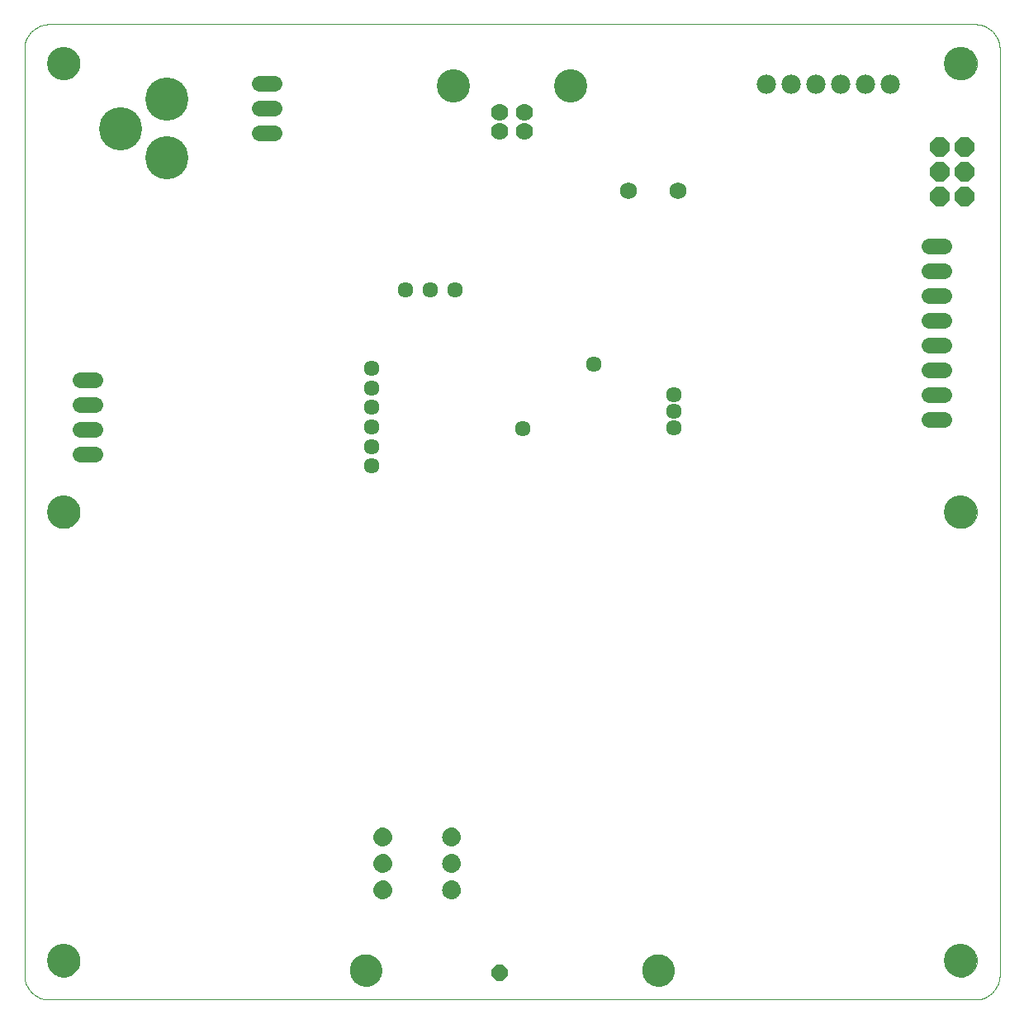
<source format=gbs>
G75*
%MOIN*%
%OFA0B0*%
%FSLAX24Y24*%
%IPPOS*%
%LPD*%
%AMOC8*
5,1,8,0,0,1.08239X$1,22.5*
%
%ADD10C,0.0000*%
%ADD11C,0.1300*%
%ADD12C,0.1740*%
%ADD13OC8,0.0640*%
%ADD14C,0.0050*%
%ADD15C,0.0690*%
%ADD16C,0.0780*%
%ADD17C,0.0640*%
%ADD18OC8,0.0780*%
%ADD19C,0.0700*%
%ADD20C,0.1340*%
%ADD21C,0.0634*%
D10*
X002361Y005618D02*
X039731Y005618D01*
X039791Y005620D01*
X039852Y005625D01*
X039911Y005634D01*
X039970Y005647D01*
X040029Y005663D01*
X040086Y005683D01*
X040141Y005706D01*
X040196Y005733D01*
X040248Y005762D01*
X040299Y005795D01*
X040348Y005831D01*
X040394Y005869D01*
X040438Y005911D01*
X040480Y005955D01*
X040518Y006001D01*
X040554Y006050D01*
X040587Y006101D01*
X040616Y006153D01*
X040643Y006208D01*
X040666Y006263D01*
X040686Y006320D01*
X040702Y006379D01*
X040715Y006438D01*
X040724Y006497D01*
X040729Y006558D01*
X040731Y006618D01*
X040731Y043988D01*
X040729Y044048D01*
X040724Y044109D01*
X040715Y044168D01*
X040702Y044227D01*
X040686Y044286D01*
X040666Y044343D01*
X040643Y044398D01*
X040616Y044453D01*
X040587Y044505D01*
X040554Y044556D01*
X040518Y044605D01*
X040480Y044651D01*
X040438Y044695D01*
X040394Y044737D01*
X040348Y044775D01*
X040299Y044811D01*
X040248Y044844D01*
X040196Y044873D01*
X040141Y044900D01*
X040086Y044923D01*
X040029Y044943D01*
X039970Y044959D01*
X039911Y044972D01*
X039852Y044981D01*
X039791Y044986D01*
X039731Y044988D01*
X002361Y044988D01*
X002301Y044986D01*
X002240Y044981D01*
X002181Y044972D01*
X002122Y044959D01*
X002063Y044943D01*
X002006Y044923D01*
X001951Y044900D01*
X001896Y044873D01*
X001844Y044844D01*
X001793Y044811D01*
X001744Y044775D01*
X001698Y044737D01*
X001654Y044695D01*
X001612Y044651D01*
X001574Y044605D01*
X001538Y044556D01*
X001505Y044505D01*
X001476Y044453D01*
X001449Y044398D01*
X001426Y044343D01*
X001406Y044286D01*
X001390Y044227D01*
X001377Y044168D01*
X001368Y044109D01*
X001363Y044048D01*
X001361Y043988D01*
X001361Y006618D01*
X001363Y006558D01*
X001368Y006497D01*
X001377Y006438D01*
X001390Y006379D01*
X001406Y006320D01*
X001426Y006263D01*
X001449Y006208D01*
X001476Y006153D01*
X001505Y006101D01*
X001538Y006050D01*
X001574Y006001D01*
X001612Y005955D01*
X001654Y005911D01*
X001698Y005869D01*
X001744Y005831D01*
X001793Y005795D01*
X001844Y005762D01*
X001896Y005733D01*
X001951Y005706D01*
X002006Y005683D01*
X002063Y005663D01*
X002122Y005647D01*
X002181Y005634D01*
X002240Y005625D01*
X002301Y005620D01*
X002361Y005618D01*
X002286Y007193D02*
X002288Y007243D01*
X002294Y007293D01*
X002304Y007343D01*
X002317Y007391D01*
X002334Y007439D01*
X002355Y007485D01*
X002379Y007529D01*
X002407Y007571D01*
X002438Y007611D01*
X002472Y007648D01*
X002509Y007683D01*
X002548Y007714D01*
X002589Y007743D01*
X002633Y007768D01*
X002679Y007790D01*
X002726Y007808D01*
X002774Y007822D01*
X002823Y007833D01*
X002873Y007840D01*
X002923Y007843D01*
X002974Y007842D01*
X003024Y007837D01*
X003074Y007828D01*
X003122Y007816D01*
X003170Y007799D01*
X003216Y007779D01*
X003261Y007756D01*
X003304Y007729D01*
X003344Y007699D01*
X003382Y007666D01*
X003417Y007630D01*
X003450Y007591D01*
X003479Y007550D01*
X003505Y007507D01*
X003528Y007462D01*
X003547Y007415D01*
X003562Y007367D01*
X003574Y007318D01*
X003582Y007268D01*
X003586Y007218D01*
X003586Y007168D01*
X003582Y007118D01*
X003574Y007068D01*
X003562Y007019D01*
X003547Y006971D01*
X003528Y006924D01*
X003505Y006879D01*
X003479Y006836D01*
X003450Y006795D01*
X003417Y006756D01*
X003382Y006720D01*
X003344Y006687D01*
X003304Y006657D01*
X003261Y006630D01*
X003216Y006607D01*
X003170Y006587D01*
X003122Y006570D01*
X003074Y006558D01*
X003024Y006549D01*
X002974Y006544D01*
X002923Y006543D01*
X002873Y006546D01*
X002823Y006553D01*
X002774Y006564D01*
X002726Y006578D01*
X002679Y006596D01*
X002633Y006618D01*
X002589Y006643D01*
X002548Y006672D01*
X002509Y006703D01*
X002472Y006738D01*
X002438Y006775D01*
X002407Y006815D01*
X002379Y006857D01*
X002355Y006901D01*
X002334Y006947D01*
X002317Y006995D01*
X002304Y007043D01*
X002294Y007093D01*
X002288Y007143D01*
X002286Y007193D01*
X014511Y006799D02*
X014513Y006849D01*
X014519Y006899D01*
X014529Y006948D01*
X014543Y006996D01*
X014560Y007043D01*
X014581Y007088D01*
X014606Y007132D01*
X014634Y007173D01*
X014666Y007212D01*
X014700Y007249D01*
X014737Y007283D01*
X014777Y007313D01*
X014819Y007340D01*
X014863Y007364D01*
X014909Y007385D01*
X014956Y007401D01*
X015004Y007414D01*
X015054Y007423D01*
X015103Y007428D01*
X015154Y007429D01*
X015204Y007426D01*
X015253Y007419D01*
X015302Y007408D01*
X015350Y007393D01*
X015396Y007375D01*
X015441Y007353D01*
X015484Y007327D01*
X015525Y007298D01*
X015564Y007266D01*
X015600Y007231D01*
X015632Y007193D01*
X015662Y007153D01*
X015689Y007110D01*
X015712Y007066D01*
X015731Y007020D01*
X015747Y006972D01*
X015759Y006923D01*
X015767Y006874D01*
X015771Y006824D01*
X015771Y006774D01*
X015767Y006724D01*
X015759Y006675D01*
X015747Y006626D01*
X015731Y006578D01*
X015712Y006532D01*
X015689Y006488D01*
X015662Y006445D01*
X015632Y006405D01*
X015600Y006367D01*
X015564Y006332D01*
X015525Y006300D01*
X015484Y006271D01*
X015441Y006245D01*
X015396Y006223D01*
X015350Y006205D01*
X015302Y006190D01*
X015253Y006179D01*
X015204Y006172D01*
X015154Y006169D01*
X015103Y006170D01*
X015054Y006175D01*
X015004Y006184D01*
X014956Y006197D01*
X014909Y006213D01*
X014863Y006234D01*
X014819Y006258D01*
X014777Y006285D01*
X014737Y006315D01*
X014700Y006349D01*
X014666Y006386D01*
X014634Y006425D01*
X014606Y006466D01*
X014581Y006510D01*
X014560Y006555D01*
X014543Y006602D01*
X014529Y006650D01*
X014519Y006699D01*
X014513Y006749D01*
X014511Y006799D01*
X026322Y006799D02*
X026324Y006849D01*
X026330Y006899D01*
X026340Y006948D01*
X026354Y006996D01*
X026371Y007043D01*
X026392Y007088D01*
X026417Y007132D01*
X026445Y007173D01*
X026477Y007212D01*
X026511Y007249D01*
X026548Y007283D01*
X026588Y007313D01*
X026630Y007340D01*
X026674Y007364D01*
X026720Y007385D01*
X026767Y007401D01*
X026815Y007414D01*
X026865Y007423D01*
X026914Y007428D01*
X026965Y007429D01*
X027015Y007426D01*
X027064Y007419D01*
X027113Y007408D01*
X027161Y007393D01*
X027207Y007375D01*
X027252Y007353D01*
X027295Y007327D01*
X027336Y007298D01*
X027375Y007266D01*
X027411Y007231D01*
X027443Y007193D01*
X027473Y007153D01*
X027500Y007110D01*
X027523Y007066D01*
X027542Y007020D01*
X027558Y006972D01*
X027570Y006923D01*
X027578Y006874D01*
X027582Y006824D01*
X027582Y006774D01*
X027578Y006724D01*
X027570Y006675D01*
X027558Y006626D01*
X027542Y006578D01*
X027523Y006532D01*
X027500Y006488D01*
X027473Y006445D01*
X027443Y006405D01*
X027411Y006367D01*
X027375Y006332D01*
X027336Y006300D01*
X027295Y006271D01*
X027252Y006245D01*
X027207Y006223D01*
X027161Y006205D01*
X027113Y006190D01*
X027064Y006179D01*
X027015Y006172D01*
X026965Y006169D01*
X026914Y006170D01*
X026865Y006175D01*
X026815Y006184D01*
X026767Y006197D01*
X026720Y006213D01*
X026674Y006234D01*
X026630Y006258D01*
X026588Y006285D01*
X026548Y006315D01*
X026511Y006349D01*
X026477Y006386D01*
X026445Y006425D01*
X026417Y006466D01*
X026392Y006510D01*
X026371Y006555D01*
X026354Y006602D01*
X026340Y006650D01*
X026330Y006699D01*
X026324Y006749D01*
X026322Y006799D01*
X038506Y007193D02*
X038508Y007243D01*
X038514Y007293D01*
X038524Y007343D01*
X038537Y007391D01*
X038554Y007439D01*
X038575Y007485D01*
X038599Y007529D01*
X038627Y007571D01*
X038658Y007611D01*
X038692Y007648D01*
X038729Y007683D01*
X038768Y007714D01*
X038809Y007743D01*
X038853Y007768D01*
X038899Y007790D01*
X038946Y007808D01*
X038994Y007822D01*
X039043Y007833D01*
X039093Y007840D01*
X039143Y007843D01*
X039194Y007842D01*
X039244Y007837D01*
X039294Y007828D01*
X039342Y007816D01*
X039390Y007799D01*
X039436Y007779D01*
X039481Y007756D01*
X039524Y007729D01*
X039564Y007699D01*
X039602Y007666D01*
X039637Y007630D01*
X039670Y007591D01*
X039699Y007550D01*
X039725Y007507D01*
X039748Y007462D01*
X039767Y007415D01*
X039782Y007367D01*
X039794Y007318D01*
X039802Y007268D01*
X039806Y007218D01*
X039806Y007168D01*
X039802Y007118D01*
X039794Y007068D01*
X039782Y007019D01*
X039767Y006971D01*
X039748Y006924D01*
X039725Y006879D01*
X039699Y006836D01*
X039670Y006795D01*
X039637Y006756D01*
X039602Y006720D01*
X039564Y006687D01*
X039524Y006657D01*
X039481Y006630D01*
X039436Y006607D01*
X039390Y006587D01*
X039342Y006570D01*
X039294Y006558D01*
X039244Y006549D01*
X039194Y006544D01*
X039143Y006543D01*
X039093Y006546D01*
X039043Y006553D01*
X038994Y006564D01*
X038946Y006578D01*
X038899Y006596D01*
X038853Y006618D01*
X038809Y006643D01*
X038768Y006672D01*
X038729Y006703D01*
X038692Y006738D01*
X038658Y006775D01*
X038627Y006815D01*
X038599Y006857D01*
X038575Y006901D01*
X038554Y006947D01*
X038537Y006995D01*
X038524Y007043D01*
X038514Y007093D01*
X038508Y007143D01*
X038506Y007193D01*
X038506Y025303D02*
X038508Y025353D01*
X038514Y025403D01*
X038524Y025453D01*
X038537Y025501D01*
X038554Y025549D01*
X038575Y025595D01*
X038599Y025639D01*
X038627Y025681D01*
X038658Y025721D01*
X038692Y025758D01*
X038729Y025793D01*
X038768Y025824D01*
X038809Y025853D01*
X038853Y025878D01*
X038899Y025900D01*
X038946Y025918D01*
X038994Y025932D01*
X039043Y025943D01*
X039093Y025950D01*
X039143Y025953D01*
X039194Y025952D01*
X039244Y025947D01*
X039294Y025938D01*
X039342Y025926D01*
X039390Y025909D01*
X039436Y025889D01*
X039481Y025866D01*
X039524Y025839D01*
X039564Y025809D01*
X039602Y025776D01*
X039637Y025740D01*
X039670Y025701D01*
X039699Y025660D01*
X039725Y025617D01*
X039748Y025572D01*
X039767Y025525D01*
X039782Y025477D01*
X039794Y025428D01*
X039802Y025378D01*
X039806Y025328D01*
X039806Y025278D01*
X039802Y025228D01*
X039794Y025178D01*
X039782Y025129D01*
X039767Y025081D01*
X039748Y025034D01*
X039725Y024989D01*
X039699Y024946D01*
X039670Y024905D01*
X039637Y024866D01*
X039602Y024830D01*
X039564Y024797D01*
X039524Y024767D01*
X039481Y024740D01*
X039436Y024717D01*
X039390Y024697D01*
X039342Y024680D01*
X039294Y024668D01*
X039244Y024659D01*
X039194Y024654D01*
X039143Y024653D01*
X039093Y024656D01*
X039043Y024663D01*
X038994Y024674D01*
X038946Y024688D01*
X038899Y024706D01*
X038853Y024728D01*
X038809Y024753D01*
X038768Y024782D01*
X038729Y024813D01*
X038692Y024848D01*
X038658Y024885D01*
X038627Y024925D01*
X038599Y024967D01*
X038575Y025011D01*
X038554Y025057D01*
X038537Y025105D01*
X038524Y025153D01*
X038514Y025203D01*
X038508Y025253D01*
X038506Y025303D01*
X038506Y043413D02*
X038508Y043463D01*
X038514Y043513D01*
X038524Y043563D01*
X038537Y043611D01*
X038554Y043659D01*
X038575Y043705D01*
X038599Y043749D01*
X038627Y043791D01*
X038658Y043831D01*
X038692Y043868D01*
X038729Y043903D01*
X038768Y043934D01*
X038809Y043963D01*
X038853Y043988D01*
X038899Y044010D01*
X038946Y044028D01*
X038994Y044042D01*
X039043Y044053D01*
X039093Y044060D01*
X039143Y044063D01*
X039194Y044062D01*
X039244Y044057D01*
X039294Y044048D01*
X039342Y044036D01*
X039390Y044019D01*
X039436Y043999D01*
X039481Y043976D01*
X039524Y043949D01*
X039564Y043919D01*
X039602Y043886D01*
X039637Y043850D01*
X039670Y043811D01*
X039699Y043770D01*
X039725Y043727D01*
X039748Y043682D01*
X039767Y043635D01*
X039782Y043587D01*
X039794Y043538D01*
X039802Y043488D01*
X039806Y043438D01*
X039806Y043388D01*
X039802Y043338D01*
X039794Y043288D01*
X039782Y043239D01*
X039767Y043191D01*
X039748Y043144D01*
X039725Y043099D01*
X039699Y043056D01*
X039670Y043015D01*
X039637Y042976D01*
X039602Y042940D01*
X039564Y042907D01*
X039524Y042877D01*
X039481Y042850D01*
X039436Y042827D01*
X039390Y042807D01*
X039342Y042790D01*
X039294Y042778D01*
X039244Y042769D01*
X039194Y042764D01*
X039143Y042763D01*
X039093Y042766D01*
X039043Y042773D01*
X038994Y042784D01*
X038946Y042798D01*
X038899Y042816D01*
X038853Y042838D01*
X038809Y042863D01*
X038768Y042892D01*
X038729Y042923D01*
X038692Y042958D01*
X038658Y042995D01*
X038627Y043035D01*
X038599Y043077D01*
X038575Y043121D01*
X038554Y043167D01*
X038537Y043215D01*
X038524Y043263D01*
X038514Y043313D01*
X038508Y043363D01*
X038506Y043413D01*
X002286Y043413D02*
X002288Y043463D01*
X002294Y043513D01*
X002304Y043563D01*
X002317Y043611D01*
X002334Y043659D01*
X002355Y043705D01*
X002379Y043749D01*
X002407Y043791D01*
X002438Y043831D01*
X002472Y043868D01*
X002509Y043903D01*
X002548Y043934D01*
X002589Y043963D01*
X002633Y043988D01*
X002679Y044010D01*
X002726Y044028D01*
X002774Y044042D01*
X002823Y044053D01*
X002873Y044060D01*
X002923Y044063D01*
X002974Y044062D01*
X003024Y044057D01*
X003074Y044048D01*
X003122Y044036D01*
X003170Y044019D01*
X003216Y043999D01*
X003261Y043976D01*
X003304Y043949D01*
X003344Y043919D01*
X003382Y043886D01*
X003417Y043850D01*
X003450Y043811D01*
X003479Y043770D01*
X003505Y043727D01*
X003528Y043682D01*
X003547Y043635D01*
X003562Y043587D01*
X003574Y043538D01*
X003582Y043488D01*
X003586Y043438D01*
X003586Y043388D01*
X003582Y043338D01*
X003574Y043288D01*
X003562Y043239D01*
X003547Y043191D01*
X003528Y043144D01*
X003505Y043099D01*
X003479Y043056D01*
X003450Y043015D01*
X003417Y042976D01*
X003382Y042940D01*
X003344Y042907D01*
X003304Y042877D01*
X003261Y042850D01*
X003216Y042827D01*
X003170Y042807D01*
X003122Y042790D01*
X003074Y042778D01*
X003024Y042769D01*
X002974Y042764D01*
X002923Y042763D01*
X002873Y042766D01*
X002823Y042773D01*
X002774Y042784D01*
X002726Y042798D01*
X002679Y042816D01*
X002633Y042838D01*
X002589Y042863D01*
X002548Y042892D01*
X002509Y042923D01*
X002472Y042958D01*
X002438Y042995D01*
X002407Y043035D01*
X002379Y043077D01*
X002355Y043121D01*
X002334Y043167D01*
X002317Y043215D01*
X002304Y043263D01*
X002294Y043313D01*
X002288Y043363D01*
X002286Y043413D01*
X002286Y025303D02*
X002288Y025353D01*
X002294Y025403D01*
X002304Y025453D01*
X002317Y025501D01*
X002334Y025549D01*
X002355Y025595D01*
X002379Y025639D01*
X002407Y025681D01*
X002438Y025721D01*
X002472Y025758D01*
X002509Y025793D01*
X002548Y025824D01*
X002589Y025853D01*
X002633Y025878D01*
X002679Y025900D01*
X002726Y025918D01*
X002774Y025932D01*
X002823Y025943D01*
X002873Y025950D01*
X002923Y025953D01*
X002974Y025952D01*
X003024Y025947D01*
X003074Y025938D01*
X003122Y025926D01*
X003170Y025909D01*
X003216Y025889D01*
X003261Y025866D01*
X003304Y025839D01*
X003344Y025809D01*
X003382Y025776D01*
X003417Y025740D01*
X003450Y025701D01*
X003479Y025660D01*
X003505Y025617D01*
X003528Y025572D01*
X003547Y025525D01*
X003562Y025477D01*
X003574Y025428D01*
X003582Y025378D01*
X003586Y025328D01*
X003586Y025278D01*
X003582Y025228D01*
X003574Y025178D01*
X003562Y025129D01*
X003547Y025081D01*
X003528Y025034D01*
X003505Y024989D01*
X003479Y024946D01*
X003450Y024905D01*
X003417Y024866D01*
X003382Y024830D01*
X003344Y024797D01*
X003304Y024767D01*
X003261Y024740D01*
X003216Y024717D01*
X003170Y024697D01*
X003122Y024680D01*
X003074Y024668D01*
X003024Y024659D01*
X002974Y024654D01*
X002923Y024653D01*
X002873Y024656D01*
X002823Y024663D01*
X002774Y024674D01*
X002726Y024688D01*
X002679Y024706D01*
X002633Y024728D01*
X002589Y024753D01*
X002548Y024782D01*
X002509Y024813D01*
X002472Y024848D01*
X002438Y024885D01*
X002407Y024925D01*
X002379Y024967D01*
X002355Y025011D01*
X002334Y025057D01*
X002317Y025105D01*
X002304Y025153D01*
X002294Y025203D01*
X002288Y025253D01*
X002286Y025303D01*
D11*
X015141Y006799D03*
X026952Y006799D03*
D12*
X007110Y039597D03*
X005259Y040778D03*
X007110Y041959D03*
D13*
X020535Y006697D03*
D14*
X018789Y009754D02*
X018729Y009724D01*
X018665Y009705D01*
X018598Y009700D01*
X018531Y009706D01*
X018467Y009724D01*
X018408Y009755D01*
X018356Y009797D01*
X018313Y009848D01*
X018281Y009906D01*
X018261Y009970D01*
X018254Y010036D01*
X018260Y010105D01*
X018279Y010172D01*
X018312Y010233D01*
X018355Y010287D01*
X018409Y010332D01*
X018469Y010365D01*
X018536Y010386D01*
X018605Y010393D01*
X018673Y010385D01*
X018738Y010364D01*
X018798Y010330D01*
X018850Y010285D01*
X018892Y010232D01*
X018923Y010170D01*
X018941Y010104D01*
X018947Y010036D01*
X018939Y009969D01*
X018918Y009906D01*
X018885Y009847D01*
X018842Y009796D01*
X018789Y009754D01*
X018762Y009740D02*
X018437Y009740D01*
X018366Y009789D02*
X018833Y009789D01*
X018877Y009837D02*
X018322Y009837D01*
X018292Y009886D02*
X018907Y009886D01*
X018927Y009934D02*
X018272Y009934D01*
X018260Y009983D02*
X018940Y009983D01*
X018946Y010031D02*
X018254Y010031D01*
X018258Y010080D02*
X018943Y010080D01*
X018935Y010128D02*
X018267Y010128D01*
X018282Y010177D02*
X018920Y010177D01*
X018895Y010225D02*
X018307Y010225D01*
X018344Y010274D02*
X018859Y010274D01*
X018807Y010322D02*
X018397Y010322D01*
X018487Y010371D02*
X018716Y010371D01*
X018663Y010778D02*
X018596Y010772D01*
X018530Y010778D01*
X018466Y010797D01*
X018407Y010828D01*
X018356Y010870D01*
X018313Y010920D01*
X018281Y010979D01*
X018262Y011042D01*
X018255Y011108D01*
X018261Y011177D01*
X018281Y011243D01*
X018313Y011304D01*
X018357Y011358D01*
X018410Y011402D01*
X018471Y011435D01*
X018537Y011455D01*
X018606Y011462D01*
X018673Y011454D01*
X018737Y011434D01*
X018796Y011401D01*
X018847Y011358D01*
X018889Y011305D01*
X018920Y011245D01*
X018938Y011180D01*
X018944Y011113D01*
X018936Y011046D01*
X018916Y010982D01*
X018884Y010922D01*
X018840Y010870D01*
X018788Y010828D01*
X018728Y010797D01*
X018663Y010778D01*
X018748Y010807D02*
X018446Y010807D01*
X018373Y010856D02*
X018822Y010856D01*
X018869Y010904D02*
X018327Y010904D01*
X018296Y010953D02*
X018900Y010953D01*
X018922Y011001D02*
X018274Y011001D01*
X018261Y011050D02*
X018937Y011050D01*
X018942Y011098D02*
X018256Y011098D01*
X018258Y011147D02*
X018941Y011147D01*
X018934Y011195D02*
X018267Y011195D01*
X018281Y011244D02*
X018920Y011244D01*
X018895Y011292D02*
X018307Y011292D01*
X018343Y011341D02*
X018860Y011341D01*
X018810Y011389D02*
X018395Y011389D01*
X018481Y011438D02*
X018725Y011438D01*
X018660Y011846D02*
X018593Y011841D01*
X018527Y011847D01*
X018463Y011866D01*
X018405Y011898D01*
X018353Y011939D01*
X018311Y011991D01*
X018280Y012049D01*
X018260Y012112D01*
X018254Y012178D01*
X018260Y012246D01*
X018279Y012312D01*
X018310Y012372D01*
X018353Y012426D01*
X018406Y012469D01*
X018466Y012502D01*
X018531Y012523D01*
X018599Y012530D01*
X018667Y012523D01*
X018732Y012502D01*
X018792Y012469D01*
X018844Y012426D01*
X018887Y012372D01*
X018919Y012312D01*
X018938Y012246D01*
X018944Y012178D01*
X018936Y012111D01*
X018915Y012047D01*
X018882Y011988D01*
X018838Y011937D01*
X018785Y011895D01*
X018725Y011865D01*
X018660Y011846D01*
X018744Y011874D02*
X018449Y011874D01*
X018374Y011923D02*
X018820Y011923D01*
X018867Y011971D02*
X018327Y011971D01*
X018295Y012020D02*
X018900Y012020D01*
X018922Y012068D02*
X018274Y012068D01*
X018260Y012117D02*
X018936Y012117D01*
X018942Y012165D02*
X018255Y012165D01*
X018257Y012214D02*
X018941Y012214D01*
X018933Y012262D02*
X018264Y012262D01*
X018279Y012311D02*
X018919Y012311D01*
X018894Y012359D02*
X018304Y012359D01*
X018339Y012408D02*
X018858Y012408D01*
X018808Y012456D02*
X018390Y012456D01*
X018473Y012505D02*
X018724Y012505D01*
X016163Y012246D02*
X016169Y012178D01*
X016161Y012111D01*
X016140Y012047D01*
X016107Y011988D01*
X016063Y011937D01*
X016010Y011895D01*
X015950Y011865D01*
X015885Y011846D01*
X015818Y011841D01*
X015752Y011847D01*
X015688Y011866D01*
X015630Y011898D01*
X015579Y011939D01*
X015536Y011991D01*
X015505Y012049D01*
X015486Y012112D01*
X015479Y012178D01*
X015485Y012246D01*
X015504Y012312D01*
X015536Y012372D01*
X015578Y012426D01*
X015631Y012469D01*
X015691Y012502D01*
X015756Y012523D01*
X015824Y012530D01*
X015892Y012523D01*
X015957Y012502D01*
X016017Y012469D01*
X016069Y012426D01*
X016112Y012372D01*
X016144Y012312D01*
X016163Y012246D01*
X016158Y012262D02*
X015490Y012262D01*
X015482Y012214D02*
X016166Y012214D01*
X016167Y012165D02*
X015480Y012165D01*
X015485Y012117D02*
X016162Y012117D01*
X016147Y012068D02*
X015499Y012068D01*
X015521Y012020D02*
X016125Y012020D01*
X016093Y011971D02*
X015552Y011971D01*
X015599Y011923D02*
X016045Y011923D01*
X015969Y011874D02*
X015674Y011874D01*
X015762Y011455D02*
X015831Y011462D01*
X015898Y011454D01*
X015962Y011434D01*
X016021Y011401D01*
X016072Y011358D01*
X016114Y011305D01*
X016145Y011245D01*
X016163Y011180D01*
X016169Y011113D01*
X016162Y011046D01*
X016141Y010982D01*
X016109Y010922D01*
X016066Y010870D01*
X016013Y010828D01*
X015953Y010797D01*
X015888Y010778D01*
X015821Y010772D01*
X015755Y010778D01*
X015691Y010797D01*
X015632Y010828D01*
X015581Y010870D01*
X015538Y010920D01*
X015507Y010979D01*
X015487Y011042D01*
X015480Y011108D01*
X015486Y011177D01*
X015506Y011243D01*
X015538Y011304D01*
X015582Y011358D01*
X015635Y011402D01*
X015696Y011435D01*
X015762Y011455D01*
X015706Y011438D02*
X015950Y011438D01*
X016035Y011389D02*
X015620Y011389D01*
X015568Y011341D02*
X016086Y011341D01*
X016121Y011292D02*
X015532Y011292D01*
X015506Y011244D02*
X016145Y011244D01*
X016159Y011195D02*
X015492Y011195D01*
X015484Y011147D02*
X016166Y011147D01*
X016167Y011098D02*
X015481Y011098D01*
X015486Y011050D02*
X016162Y011050D01*
X016148Y011001D02*
X015500Y011001D01*
X015521Y010953D02*
X016126Y010953D01*
X016094Y010904D02*
X015552Y010904D01*
X015598Y010856D02*
X016047Y010856D01*
X015973Y010807D02*
X015672Y010807D01*
X015761Y010386D02*
X015830Y010393D01*
X015898Y010385D01*
X015963Y010364D01*
X016023Y010330D01*
X016075Y010285D01*
X016117Y010232D01*
X016148Y010170D01*
X016167Y010104D01*
X016172Y010036D01*
X016164Y009969D01*
X016143Y009906D01*
X016111Y009847D01*
X016067Y009796D01*
X016014Y009754D01*
X015954Y009724D01*
X015890Y009705D01*
X015823Y009700D01*
X015756Y009706D01*
X015692Y009724D01*
X015633Y009755D01*
X015581Y009797D01*
X015538Y009848D01*
X015506Y009906D01*
X015486Y009970D01*
X015479Y010036D01*
X015485Y010105D01*
X015505Y010172D01*
X015537Y010233D01*
X015580Y010287D01*
X015634Y010332D01*
X015695Y010365D01*
X015761Y010386D01*
X015713Y010371D02*
X015942Y010371D01*
X016032Y010322D02*
X015622Y010322D01*
X015569Y010274D02*
X016084Y010274D01*
X016120Y010225D02*
X015533Y010225D01*
X015507Y010177D02*
X016145Y010177D01*
X016160Y010128D02*
X015492Y010128D01*
X015483Y010080D02*
X016169Y010080D01*
X016171Y010031D02*
X015479Y010031D01*
X015485Y009983D02*
X016166Y009983D01*
X016153Y009934D02*
X015497Y009934D01*
X015518Y009886D02*
X016132Y009886D01*
X016102Y009837D02*
X015547Y009837D01*
X015591Y009789D02*
X016058Y009789D01*
X015987Y009740D02*
X015662Y009740D01*
X015504Y012311D02*
X016144Y012311D01*
X016119Y012359D02*
X015529Y012359D01*
X015564Y012408D02*
X016084Y012408D01*
X016033Y012456D02*
X015615Y012456D01*
X015699Y012505D02*
X015949Y012505D01*
D15*
X025741Y038258D03*
X027741Y038258D03*
D16*
X031301Y042578D03*
X032301Y042578D03*
X033301Y042578D03*
X034301Y042578D03*
X035301Y042578D03*
X036301Y042578D03*
D17*
X037886Y036038D02*
X038486Y036038D01*
X038486Y035038D02*
X037886Y035038D01*
X037886Y034038D02*
X038486Y034038D01*
X038486Y033038D02*
X037886Y033038D01*
X037886Y032038D02*
X038486Y032038D01*
X038486Y031038D02*
X037886Y031038D01*
X037886Y030038D02*
X038486Y030038D01*
X038486Y029038D02*
X037886Y029038D01*
X011441Y040584D02*
X010841Y040584D01*
X010841Y041584D02*
X011441Y041584D01*
X011441Y042584D02*
X010841Y042584D01*
X004211Y030630D02*
X003611Y030630D01*
X003611Y029630D02*
X004211Y029630D01*
X004211Y028630D02*
X003611Y028630D01*
X003611Y027630D02*
X004211Y027630D01*
D18*
X038307Y038025D03*
X039307Y038025D03*
X039307Y039025D03*
X038307Y039025D03*
X038307Y040025D03*
X039307Y040025D03*
D19*
X021538Y040664D03*
X021538Y041444D03*
X020554Y041444D03*
X020554Y040664D03*
D20*
X018676Y042514D03*
X023416Y042514D03*
X039156Y043413D03*
X039156Y025303D03*
X039156Y007193D03*
X002936Y007193D03*
X002936Y025303D03*
X002936Y043413D03*
D21*
X015393Y031098D03*
X015393Y030311D03*
X015393Y029523D03*
X015393Y028736D03*
X015393Y027948D03*
X015393Y027161D03*
X021484Y028679D03*
X024332Y031254D03*
X027593Y030031D03*
X027593Y029362D03*
X027593Y028693D03*
X018752Y034254D03*
X017752Y034254D03*
X016752Y034254D03*
M02*

</source>
